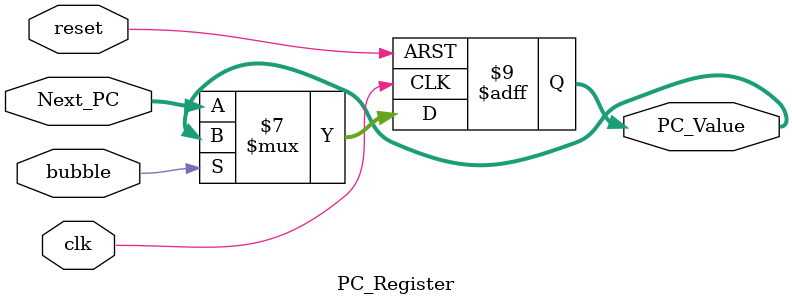
<source format=v>
/******************************************************************
* Description
*	This is a register of 32-bit that corresponds to the PC counter. 
*	This register does not have an enable signal.
* Version:
*	1.0
* Author:
*	Dr. José Luis Pizano Escalante
* email:
*	luispizano@iteso.mx
* Date:
*	16/08/2021
******************************************************************/

module PC_Register
#(
	parameter N=32
)
(
	input clk,
	input reset,
	input  [N-1:0] Next_PC,
	input bubble,	//para pipeline stall
	
	
	output reg [N-1:0] PC_Value
);

always@(negedge reset or negedge clk) begin
	if(reset==0)
		PC_Value <= 32'h00400000; //Iniciar el valor del PC en 0x400000
	else if (bubble == 0)
		PC_Value<= Next_PC;
	else if (bubble == 1)
		PC_Value<= PC_Value;

end

endmodule

</source>
